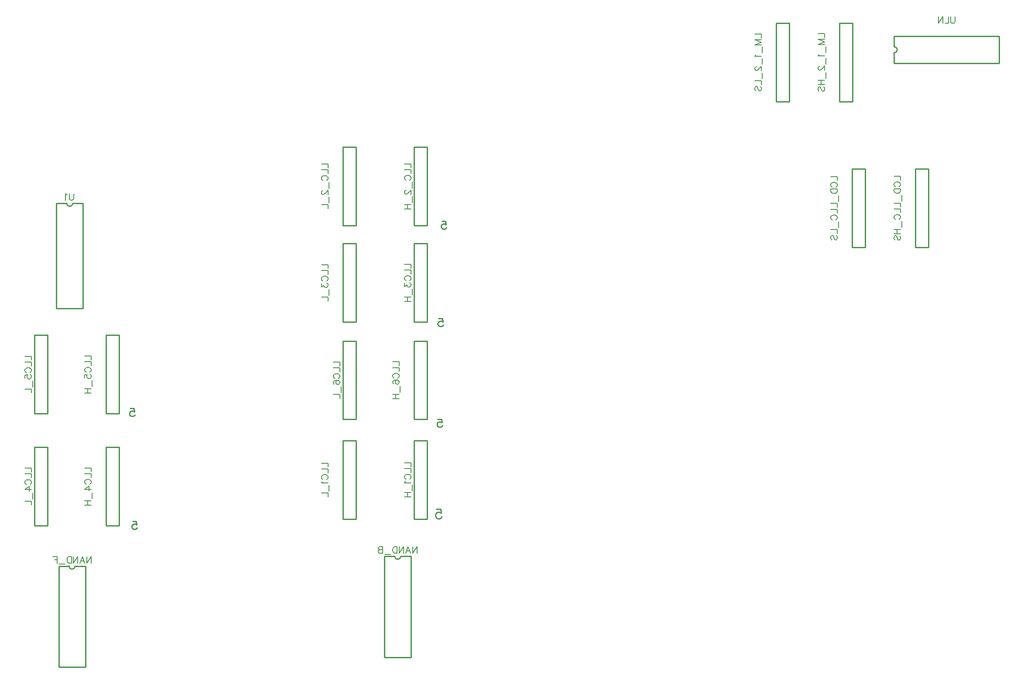
<source format=gbr>
G04 DipTrace 3.0.0.1*
G04 BottomSilk.gbr*
%MOIN*%
G04 #@! TF.FileFunction,Legend,Bot*
G04 #@! TF.Part,Single*
%ADD10C,0.009843*%
%ADD100C,0.00772*%
%ADD103C,0.009264*%
%ADD104C,0.010807*%
%FSLAX26Y26*%
G04*
G70*
G90*
G75*
G01*
G04 BotSilk*
%LPD*%
X8317296Y5824068D2*
D10*
X8417300D1*
Y5224123D1*
X8317296D1*
Y5824068D1*
X7833831D2*
X7933835D1*
Y5224123D1*
X7833831D1*
Y5824068D1*
X4586313Y3147500D2*
X4486312D1*
Y3747445D1*
X4586313D1*
Y3147500D1*
X3942453Y3747295D2*
X4042454D1*
Y3147350D1*
X3942453D1*
Y3747295D1*
X4586313Y4653754D2*
X4486312D1*
Y5253700D1*
X4586313D1*
Y4653754D1*
X3942453Y5253704D2*
X4042454D1*
Y4653758D1*
X3942453D1*
Y5253704D1*
X2133359Y3697259D2*
X2233360D1*
Y3097313D1*
X2133359D1*
Y3697259D1*
X1686116Y3097345D2*
X1586115D1*
Y3697290D1*
X1686116D1*
Y3097345D1*
X2133359Y4553683D2*
X2233360D1*
Y3953737D1*
X2133359D1*
Y4553683D1*
X1686116Y3953604D2*
X1586115D1*
Y4553549D1*
X1686116D1*
Y3953604D1*
X4486312Y4509928D2*
X4586312D1*
Y3909983D1*
X4486312D1*
Y4509928D1*
X4042455Y3909983D2*
X3942454D1*
Y4509928D1*
X4042455D1*
Y3909983D1*
X4586313Y5391388D2*
X4486312D1*
Y5991333D1*
X4586313D1*
Y5391388D1*
X3942453Y5991458D2*
X4042454D1*
Y5391513D1*
X3942453D1*
Y5991458D1*
X7736783Y6937809D2*
X7836787D1*
Y6337863D1*
X7736783D1*
Y6937809D1*
X7253318Y6937819D2*
X7353322D1*
Y6337874D1*
X7253318D1*
Y6937819D1*
X4258937Y2864356D2*
Y2092702D1*
X4463670D2*
X4258937D1*
X4463670Y2864356D2*
Y2092702D1*
Y2864356D2*
X4384929D1*
X4258937D2*
X4337677D1*
X4384929D2*
G02X4337677Y2864356I-23626J13D01*
G01*
X1771175Y2789348D2*
Y2017694D1*
X1975909D2*
X1771175D1*
X1975909Y2789348D2*
Y2017694D1*
Y2789348D2*
X1897168D1*
X1771175D2*
X1849916D1*
X1897168D2*
G02X1849916Y2789348I-23626J13D01*
G01*
X1752423Y5561640D2*
Y4758491D1*
X1957157D2*
X1752423D1*
X1957157Y5561640D2*
Y4758491D1*
Y5561640D2*
X1878416D1*
X1752423D2*
X1831164D1*
X1878416D2*
G02X1831164Y5561640I-23626J13D01*
G01*
X8153875Y6632023D2*
X8957025D1*
Y6836756D2*
Y6632023D1*
X8153875Y6836756D2*
X8957025D1*
X8153875D2*
Y6758016D1*
Y6632023D2*
Y6710764D1*
Y6758016D2*
G02X8153875Y6710764I-13J-23626D01*
G01*
X8153083Y5768141D2*
D100*
X8203323D1*
Y5739456D1*
X8165022Y5688147D2*
X8160268Y5690524D1*
X8155460Y5695332D1*
X8153083Y5700085D1*
Y5709647D1*
X8155460Y5714455D1*
X8160268Y5719209D1*
X8165022Y5721641D1*
X8172207Y5724017D1*
X8184200D1*
X8191330Y5721641D1*
X8196138Y5719209D1*
X8200892Y5714455D1*
X8203323Y5709647D1*
Y5700085D1*
X8200892Y5695332D1*
X8196138Y5690524D1*
X8191330Y5688147D1*
X8153083Y5672708D2*
X8203323D1*
Y5655961D1*
X8200892Y5648776D1*
X8196138Y5643968D1*
X8191330Y5641591D1*
X8184200Y5639215D1*
X8172207D1*
X8165022Y5641591D1*
X8160268Y5643968D1*
X8155460Y5648776D1*
X8153083Y5655961D1*
Y5672708D1*
X8211614Y5623775D2*
Y5578344D1*
X8153083Y5562905D2*
X8203323D1*
Y5534220D1*
X8153083Y5518780D2*
X8203323D1*
Y5490096D1*
X8165022Y5438786D2*
X8160268Y5441163D1*
X8155460Y5445971D1*
X8153083Y5450725D1*
Y5460286D1*
X8155460Y5465095D1*
X8160268Y5469848D1*
X8165022Y5472280D1*
X8172207Y5474656D1*
X8184200D1*
X8191330Y5472280D1*
X8196138Y5469848D1*
X8200892Y5465095D1*
X8203323Y5460286D1*
Y5450725D1*
X8200892Y5445971D1*
X8196138Y5441163D1*
X8191330Y5438786D1*
X8211614Y5423347D2*
Y5377916D1*
X8153083Y5362476D2*
X8203323D1*
X8153083Y5328983D2*
X8203323D1*
X8177015Y5362476D2*
Y5328983D1*
X8160268Y5280051D2*
X8155460Y5284804D1*
X8153083Y5291989D1*
Y5301550D1*
X8155460Y5308735D1*
X8160268Y5313544D1*
X8165022D1*
X8169830Y5311112D1*
X8172207Y5308735D1*
X8174583Y5303982D1*
X8179392Y5289612D1*
X8181768Y5284804D1*
X8184200Y5282427D1*
X8188953Y5280051D1*
X8196138D1*
X8200892Y5284804D1*
X8203323Y5291989D1*
Y5301550D1*
X8200892Y5308735D1*
X8196138Y5313544D1*
X7669619Y5765737D2*
X7719859D1*
Y5737052D1*
X7681557Y5685743D2*
X7676804Y5688120D1*
X7671995Y5692928D1*
X7669619Y5697681D1*
Y5707243D1*
X7671995Y5712051D1*
X7676804Y5716804D1*
X7681557Y5719236D1*
X7688742Y5721613D1*
X7700736D1*
X7707865Y5719236D1*
X7712674Y5716804D1*
X7717427Y5712051D1*
X7719859Y5707243D1*
Y5697681D1*
X7717427Y5692928D1*
X7712674Y5688120D1*
X7707865Y5685743D1*
X7669619Y5670304D2*
X7719859D1*
Y5653557D1*
X7717427Y5646372D1*
X7712674Y5641564D1*
X7707865Y5639187D1*
X7700736Y5636810D1*
X7688742D1*
X7681557Y5639187D1*
X7676804Y5641564D1*
X7671995Y5646372D1*
X7669619Y5653557D1*
Y5670304D1*
X7728149Y5621371D2*
Y5575940D1*
X7669619Y5560500D2*
X7719859D1*
Y5531815D1*
X7669619Y5516376D2*
X7719859D1*
Y5487691D1*
X7681557Y5436382D2*
X7676804Y5438759D1*
X7671995Y5443567D1*
X7669619Y5448320D1*
Y5457882D1*
X7671995Y5462690D1*
X7676804Y5467444D1*
X7681557Y5469875D1*
X7688742Y5472252D1*
X7700736D1*
X7707865Y5469875D1*
X7712674Y5467444D1*
X7717427Y5462690D1*
X7719859Y5457882D1*
Y5448320D1*
X7717427Y5443567D1*
X7712674Y5438759D1*
X7707865Y5436382D1*
X7728149Y5420943D2*
Y5375511D1*
X7669619Y5360072D2*
X7719859D1*
Y5331387D1*
X7676804Y5282455D2*
X7671995Y5287208D1*
X7669619Y5294393D1*
Y5303955D1*
X7671995Y5311140D1*
X7676804Y5315948D1*
X7681557D1*
X7686366Y5313516D1*
X7688742Y5311140D1*
X7691119Y5306386D1*
X7695927Y5292016D1*
X7698304Y5287208D1*
X7700736Y5284831D1*
X7705489Y5282455D1*
X7712674D1*
X7717427Y5287208D1*
X7719859Y5294393D1*
Y5303955D1*
X7717427Y5311140D1*
X7712674Y5315948D1*
X4413089Y3578150D2*
X4463329D1*
Y3549465D1*
X4413089Y3534025D2*
X4463329D1*
Y3505341D1*
X4425028Y3454031D2*
X4420274Y3456408D1*
X4415466Y3461216D1*
X4413089Y3465970D1*
Y3475531D1*
X4415466Y3480340D1*
X4420274Y3485093D1*
X4425028Y3487525D1*
X4432213Y3489901D1*
X4444206D1*
X4451336Y3487525D1*
X4456144Y3485093D1*
X4460897Y3480340D1*
X4463329Y3475531D1*
Y3465970D1*
X4460897Y3461216D1*
X4456144Y3456408D1*
X4451336Y3454031D1*
X4422706Y3438592D2*
X4420274Y3433784D1*
X4413145Y3426599D1*
X4463329D1*
X4471620Y3411159D2*
Y3365728D1*
X4413089Y3350289D2*
X4463329D1*
X4413089Y3316795D2*
X4463329D1*
X4437021Y3350289D2*
Y3316795D1*
X3778244Y3575596D2*
X3828484D1*
Y3546911D1*
X3778244Y3531472D2*
X3828484D1*
Y3502787D1*
X3790182Y3451478D2*
X3785429Y3453854D1*
X3780621Y3458663D1*
X3778244Y3463416D1*
Y3472977D1*
X3780621Y3477786D1*
X3785429Y3482539D1*
X3790182Y3484971D1*
X3797367Y3487348D1*
X3809361D1*
X3816491Y3484971D1*
X3821299Y3482539D1*
X3826052Y3477786D1*
X3828484Y3472977D1*
Y3463416D1*
X3826052Y3458663D1*
X3821299Y3453854D1*
X3816491Y3451478D1*
X3787861Y3436038D2*
X3785429Y3431230D1*
X3778299Y3424045D1*
X3828484D1*
X3836775Y3408606D2*
Y3363174D1*
X3778244Y3347735D2*
X3828484D1*
Y3319050D1*
X4413089Y5095154D2*
X4463329D1*
Y5066469D1*
X4413089Y5051030D2*
X4463329D1*
Y5022345D1*
X4425028Y4971036D2*
X4420274Y4973413D1*
X4415466Y4978221D1*
X4413089Y4982974D1*
Y4992536D1*
X4415466Y4997344D1*
X4420274Y5002097D1*
X4425028Y5004529D1*
X4432213Y5006906D1*
X4444206D1*
X4451336Y5004529D1*
X4456144Y5002097D1*
X4460897Y4997344D1*
X4463329Y4992536D1*
Y4982974D1*
X4460897Y4978221D1*
X4456144Y4973413D1*
X4451336Y4971036D1*
X4413145Y4950788D2*
Y4924535D1*
X4432268Y4938850D1*
Y4931665D1*
X4434644Y4926912D1*
X4437021Y4924535D1*
X4444206Y4922103D1*
X4448959D1*
X4456144Y4924535D1*
X4460953Y4929288D1*
X4463329Y4936473D1*
Y4943658D1*
X4460953Y4950788D1*
X4458521Y4953165D1*
X4453768Y4955597D1*
X4471620Y4906664D2*
Y4861233D1*
X4413089Y4845793D2*
X4463329D1*
X4413089Y4812300D2*
X4463329D1*
X4437021Y4845793D2*
Y4812300D1*
X3778244Y5092754D2*
X3828484D1*
Y5064069D1*
X3778244Y5048630D2*
X3828484D1*
Y5019945D1*
X3790182Y4968636D2*
X3785429Y4971012D1*
X3780621Y4975821D1*
X3778244Y4980574D1*
Y4990136D1*
X3780621Y4994944D1*
X3785429Y4999697D1*
X3790182Y5002129D1*
X3797367Y5004506D1*
X3809361D1*
X3816491Y5002129D1*
X3821299Y4999697D1*
X3826052Y4994944D1*
X3828484Y4990135D1*
Y4980574D1*
X3826052Y4975821D1*
X3821299Y4971012D1*
X3816491Y4968636D1*
X3778299Y4948388D2*
Y4922135D1*
X3797423Y4936450D1*
Y4929265D1*
X3799799Y4924512D1*
X3802176Y4922135D1*
X3809361Y4919703D1*
X3814114D1*
X3821299Y4922135D1*
X3826108Y4926888D1*
X3828484Y4934073D1*
Y4941258D1*
X3826108Y4948388D1*
X3823676Y4950765D1*
X3818923Y4953196D1*
X3836775Y4904264D2*
Y4858832D1*
X3778244Y4843393D2*
X3828484D1*
Y4814708D1*
X1969150Y3539901D2*
X2019390D1*
Y3511217D1*
X1969150Y3495777D2*
X2019390D1*
Y3467092D1*
X1981088Y3415783D2*
X1976335Y3418160D1*
X1971526Y3422968D1*
X1969150Y3427722D1*
Y3437283D1*
X1971526Y3442092D1*
X1976335Y3446845D1*
X1981088Y3449277D1*
X1988273Y3451653D1*
X2000266D1*
X2007396Y3449277D1*
X2012205Y3446845D1*
X2016958Y3442092D1*
X2019390Y3437283D1*
Y3427721D1*
X2016958Y3422968D1*
X2012205Y3418160D1*
X2007396Y3415783D1*
X2019390Y3376412D2*
X1969205D1*
X2002643Y3400344D1*
Y3364474D1*
X2027680Y3349035D2*
Y3303603D1*
X1969150Y3288164D2*
X2019390D1*
X1969150Y3254671D2*
X2019390D1*
X1993081Y3288164D2*
Y3254671D1*
X1512892Y3537529D2*
X1563132D1*
Y3508844D1*
X1512892Y3493405D2*
X1563132D1*
Y3464720D1*
X1524831Y3413411D2*
X1520077Y3415787D1*
X1515269Y3420596D1*
X1512892Y3425349D1*
Y3434910D1*
X1515269Y3439719D1*
X1520077Y3444472D1*
X1524831Y3446904D1*
X1532016Y3449280D1*
X1544009D1*
X1551139Y3446904D1*
X1555947Y3444472D1*
X1560701Y3439719D1*
X1563132Y3434910D1*
Y3425349D1*
X1560701Y3420596D1*
X1555947Y3415787D1*
X1551139Y3413411D1*
X1563132Y3374040D2*
X1512948D1*
X1546386Y3397971D1*
Y3362101D1*
X1571423Y3346662D2*
Y3301231D1*
X1512892Y3285791D2*
X1563132D1*
Y3257107D1*
X1969150Y4395137D2*
X2019390D1*
Y4366452D1*
X1969150Y4351013D2*
X2019390D1*
Y4322328D1*
X1981088Y4271019D2*
X1976335Y4273395D1*
X1971526Y4278204D1*
X1969150Y4282957D1*
Y4292519D1*
X1971526Y4297327D1*
X1976335Y4302080D1*
X1981088Y4304512D1*
X1988273Y4306889D1*
X2000266D1*
X2007396Y4304512D1*
X2012205Y4302080D1*
X2016958Y4297327D1*
X2019390Y4292519D1*
Y4282957D1*
X2016958Y4278204D1*
X2012205Y4273395D1*
X2007396Y4271019D1*
X1969205Y4226895D2*
Y4250771D1*
X1990705Y4253148D1*
X1988328Y4250771D1*
X1985896Y4243586D1*
Y4236456D1*
X1988328Y4229271D1*
X1993081Y4224463D1*
X2000266Y4222086D1*
X2005020D1*
X2012205Y4224463D1*
X2017013Y4229271D1*
X2019390Y4236456D1*
Y4243586D1*
X2017013Y4250771D1*
X2014581Y4253148D1*
X2009828Y4255580D1*
X2027680Y4206647D2*
Y4161215D1*
X1969150Y4145776D2*
X2019390D1*
X1969150Y4112283D2*
X2019390D1*
X1993081Y4145776D2*
Y4112283D1*
X1512892Y4392599D2*
X1563132D1*
Y4363914D1*
X1512892Y4348475D2*
X1563132D1*
Y4319790D1*
X1524831Y4268481D2*
X1520077Y4270857D1*
X1515269Y4275666D1*
X1512892Y4280419D1*
Y4289981D1*
X1515269Y4294789D1*
X1520077Y4299542D1*
X1524831Y4301974D1*
X1532016Y4304351D1*
X1544009D1*
X1551139Y4301974D1*
X1555947Y4299542D1*
X1560701Y4294789D1*
X1563132Y4289981D1*
Y4280419D1*
X1560701Y4275666D1*
X1555947Y4270857D1*
X1551139Y4268481D1*
X1512948Y4224357D2*
Y4248233D1*
X1534448Y4250610D1*
X1532071Y4248233D1*
X1529639Y4241048D1*
Y4233918D1*
X1532071Y4226733D1*
X1536824Y4221925D1*
X1544009Y4219548D1*
X1548762D1*
X1555947Y4221925D1*
X1560756Y4226733D1*
X1563132Y4233918D1*
Y4241048D1*
X1560756Y4248233D1*
X1558324Y4250610D1*
X1553571Y4253042D1*
X1571423Y4204109D2*
Y4158677D1*
X1512892Y4143238D2*
X1563132D1*
Y4114553D1*
X4322102Y4350167D2*
X4372342D1*
Y4321482D1*
X4322102Y4306042D2*
X4372342D1*
Y4277358D1*
X4334041Y4226048D2*
X4329287Y4228425D1*
X4324479Y4233233D1*
X4322102Y4237987D1*
Y4247548D1*
X4324479Y4252357D1*
X4329287Y4257110D1*
X4334041Y4259542D1*
X4341226Y4261918D1*
X4353219D1*
X4360349Y4259542D1*
X4365157Y4257110D1*
X4369911Y4252357D1*
X4372342Y4247548D1*
Y4237987D1*
X4369911Y4233233D1*
X4365157Y4228425D1*
X4360349Y4226048D1*
X4329287Y4181924D2*
X4324534Y4184301D1*
X4322158Y4191486D1*
Y4196239D1*
X4324534Y4203424D1*
X4331719Y4208233D1*
X4343658Y4210609D1*
X4355596D1*
X4365157Y4208233D1*
X4369966Y4203424D1*
X4372342Y4196239D1*
Y4193862D1*
X4369966Y4186733D1*
X4365157Y4181924D1*
X4357972Y4179548D1*
X4355596D1*
X4348411Y4181924D1*
X4343658Y4186733D1*
X4341281Y4193862D1*
Y4196239D1*
X4343658Y4203424D1*
X4348411Y4208233D1*
X4355596Y4210609D1*
X4380633Y4164108D2*
Y4118677D1*
X4322102Y4103238D2*
X4372342D1*
X4322102Y4069744D2*
X4372342D1*
X4346034Y4103238D2*
Y4069744D1*
X3869231Y4347762D2*
X3919471D1*
Y4319077D1*
X3869231Y4303638D2*
X3919471D1*
Y4274953D1*
X3881169Y4223644D2*
X3876416Y4226021D1*
X3871608Y4230829D1*
X3869231Y4235582D1*
Y4245144D1*
X3871608Y4249952D1*
X3876416Y4254706D1*
X3881169Y4257137D1*
X3888354Y4259514D1*
X3900348D1*
X3907478Y4257137D1*
X3912286Y4254706D1*
X3917039Y4249952D1*
X3919471Y4245144D1*
Y4235582D1*
X3917039Y4230829D1*
X3912286Y4226021D1*
X3907478Y4223644D1*
X3876416Y4179520D2*
X3871663Y4181897D1*
X3869286Y4189082D1*
Y4193835D1*
X3871663Y4201020D1*
X3878848Y4205828D1*
X3890786Y4208205D1*
X3902724D1*
X3912286Y4205828D1*
X3917094Y4201020D1*
X3919471Y4193835D1*
Y4191458D1*
X3917094Y4184328D1*
X3912286Y4179520D1*
X3905101Y4177143D1*
X3902724D1*
X3895539Y4179520D1*
X3890786Y4184328D1*
X3888410Y4191458D1*
Y4193835D1*
X3890786Y4201020D1*
X3895539Y4205828D1*
X3902724Y4208205D1*
X3927761Y4161704D2*
Y4116273D1*
X3869231Y4100833D2*
X3919471D1*
Y4072149D1*
X4413089Y5863223D2*
X4463329D1*
Y5834538D1*
X4413089Y5819099D2*
X4463329D1*
Y5790414D1*
X4425028Y5739105D2*
X4420274Y5741482D1*
X4415466Y5746290D1*
X4413089Y5751043D1*
Y5760605D1*
X4415466Y5765413D1*
X4420274Y5770167D1*
X4425028Y5772599D1*
X4432213Y5774975D1*
X4444206D1*
X4451336Y5772599D1*
X4456144Y5770167D1*
X4460897Y5765413D1*
X4463329Y5760605D1*
Y5751043D1*
X4460897Y5746290D1*
X4456144Y5741482D1*
X4451336Y5739105D1*
X4471620Y5723666D2*
Y5678234D1*
X4425083Y5660363D2*
X4422706D1*
X4417898Y5657987D1*
X4415521Y5655610D1*
X4413145Y5650802D1*
Y5641240D1*
X4415521Y5636487D1*
X4417898Y5634110D1*
X4422706Y5631678D1*
X4427459D1*
X4432268Y5634110D1*
X4439398Y5638863D1*
X4463329Y5662795D1*
Y5629302D1*
X4471620Y5613863D2*
Y5568431D1*
X4413089Y5552992D2*
X4463329D1*
X4413089Y5519499D2*
X4463329D1*
X4437021Y5552992D2*
Y5519499D1*
X3778244Y5860944D2*
X3828484D1*
Y5832259D1*
X3778244Y5816820D2*
X3828484D1*
Y5788135D1*
X3790182Y5736826D2*
X3785429Y5739202D1*
X3780621Y5744011D1*
X3778244Y5748764D1*
Y5758325D1*
X3780621Y5763134D1*
X3785429Y5767887D1*
X3790182Y5770319D1*
X3797367Y5772696D1*
X3809361D1*
X3816491Y5770319D1*
X3821299Y5767887D1*
X3826052Y5763134D1*
X3828484Y5758325D1*
Y5748764D1*
X3826052Y5744011D1*
X3821299Y5739202D1*
X3816491Y5736826D1*
X3836775Y5721386D2*
Y5675955D1*
X3790238Y5658084D2*
X3787861D1*
X3783053Y5655707D1*
X3780676Y5653331D1*
X3778299Y5648522D1*
Y5638960D1*
X3780676Y5634207D1*
X3783053Y5631831D1*
X3787861Y5629399D1*
X3792614D1*
X3797423Y5631831D1*
X3804552Y5636584D1*
X3828484Y5660516D1*
Y5627022D1*
X3836775Y5611583D2*
Y5566151D1*
X3778244Y5550712D2*
X3828484D1*
Y5522027D1*
X7572570Y6857443D2*
X7622810D1*
Y6828758D1*
Y6775072D2*
X7572570D1*
X7622810Y6794195D1*
X7572570Y6813319D1*
X7622810D1*
X7631101Y6759633D2*
Y6714201D1*
X7582187Y6698762D2*
X7579755Y6693954D1*
X7572626Y6686769D1*
X7622810D1*
X7631101Y6671329D2*
Y6625898D1*
X7584564Y6608027D2*
X7582187D1*
X7577379Y6605650D1*
X7575002Y6603273D1*
X7572626Y6598465D1*
Y6588903D1*
X7575002Y6584150D1*
X7577379Y6581774D1*
X7582187Y6579342D1*
X7586940D1*
X7591749Y6581774D1*
X7598879Y6586527D1*
X7622810Y6610458D1*
Y6576965D1*
X7631101Y6561526D2*
Y6516094D1*
X7572570Y6500655D2*
X7622810D1*
X7572570Y6467162D2*
X7622810D1*
X7596502Y6500655D2*
Y6467162D1*
X7579755Y6418229D2*
X7574947Y6422982D1*
X7572570Y6430168D1*
Y6439729D1*
X7574947Y6446914D1*
X7579755Y6451723D1*
X7584509D1*
X7589317Y6449291D1*
X7591694Y6446914D1*
X7594070Y6442161D1*
X7598879Y6427791D1*
X7601255Y6422982D1*
X7603687Y6420606D1*
X7608440Y6418229D1*
X7615625D1*
X7620378Y6422982D1*
X7622810Y6430167D1*
Y6439729D1*
X7620378Y6446914D1*
X7615625Y6451723D1*
X7089106Y6855049D2*
X7139346D1*
Y6826364D1*
Y6772678D2*
X7089106D1*
X7139346Y6791802D1*
X7089106Y6810925D1*
X7139346D1*
X7147636Y6757239D2*
Y6711808D1*
X7098723Y6696368D2*
X7096291Y6691560D1*
X7089161Y6684375D1*
X7139346D1*
X7147636Y6668936D2*
Y6623504D1*
X7101099Y6605633D2*
X7098723D1*
X7093914Y6603256D1*
X7091538Y6600880D1*
X7089161Y6596071D1*
Y6586510D1*
X7091538Y6581756D1*
X7093914Y6579380D1*
X7098723Y6576948D1*
X7103476D1*
X7108284Y6579380D1*
X7115414Y6584133D1*
X7139346Y6608065D1*
Y6574571D1*
X7147636Y6559132D2*
Y6513701D1*
X7089106Y6498261D2*
X7139346D1*
Y6469577D1*
X7096291Y6420644D2*
X7091482Y6425397D1*
X7089106Y6432582D1*
Y6442144D1*
X7091482Y6449329D1*
X7096291Y6454137D1*
X7101044D1*
X7105852Y6451705D1*
X7108229Y6449329D1*
X7110606Y6444576D1*
X7115414Y6430206D1*
X7117791Y6425397D1*
X7120222Y6423021D1*
X7124976Y6420644D1*
X7132161D1*
X7136914Y6425397D1*
X7139346Y6432582D1*
Y6442144D1*
X7136914Y6449329D1*
X7132161Y6454137D1*
X4475261Y2937579D2*
Y2887339D1*
X4508755Y2937579D1*
Y2887339D1*
X4421520D2*
X4440699Y2937579D1*
X4459822Y2887339D1*
X4452637Y2904085D2*
X4428705D1*
X4372588Y2937579D2*
Y2887339D1*
X4406081Y2937579D1*
Y2887339D1*
X4357148Y2937579D2*
Y2887339D1*
X4340402D1*
X4333217Y2889771D1*
X4328408Y2894524D1*
X4326032Y2899332D1*
X4323655Y2906462D1*
Y2918455D1*
X4326032Y2925641D1*
X4328408Y2930394D1*
X4333217Y2935202D1*
X4340402Y2937579D1*
X4357148D1*
X4308216Y2879048D2*
X4262784D1*
X4247345Y2937579D2*
Y2887339D1*
X4225790D1*
X4218605Y2889771D1*
X4216228Y2892147D1*
X4213852Y2896900D1*
Y2904085D1*
X4216228Y2908894D1*
X4218605Y2911270D1*
X4225790Y2913647D1*
X4218605Y2916079D1*
X4216228Y2918455D1*
X4213852Y2923209D1*
Y2928017D1*
X4216228Y2932770D1*
X4218605Y2935202D1*
X4225790Y2937579D1*
X4247345D1*
Y2913647D2*
X4225790D1*
X1986312Y2862571D2*
Y2812331D1*
X2019805Y2862571D1*
Y2812331D1*
X1932571D2*
X1951749Y2862571D1*
X1970873Y2812331D1*
X1963688Y2829078D2*
X1939756D1*
X1883638Y2862571D2*
Y2812331D1*
X1917132Y2862571D1*
Y2812331D1*
X1868199Y2862571D2*
Y2812331D1*
X1851452D1*
X1844267Y2814763D1*
X1839459Y2819516D1*
X1837082Y2824324D1*
X1834706Y2831454D1*
Y2843448D1*
X1837082Y2850633D1*
X1839459Y2855386D1*
X1844267Y2860194D1*
X1851452Y2862571D1*
X1868199D1*
X1819266Y2804040D2*
X1773835D1*
X1727279Y2862571D2*
X1758396D1*
Y2812331D1*
Y2838639D2*
X1739272D1*
X1885253Y5634863D2*
Y5598994D1*
X1882876Y5591809D1*
X1878068Y5587055D1*
X1870883Y5584623D1*
X1866130D1*
X1858945Y5587055D1*
X1854136Y5591809D1*
X1851760Y5598994D1*
Y5634863D1*
X1836320Y5625247D2*
X1831512Y5627678D1*
X1824327Y5634808D1*
Y5584623D1*
X8618725Y6987140D2*
Y6951270D1*
X8616349Y6944085D1*
X8611540Y6939332D1*
X8604355Y6936900D1*
X8599602D1*
X8592417Y6939332D1*
X8587608Y6944085D1*
X8585232Y6951270D1*
Y6987140D1*
X8569793D2*
Y6936900D1*
X8541108D1*
X8492175Y6987140D2*
Y6936900D1*
X8525668Y6987140D1*
Y6936900D1*
X4654702Y3223509D2*
D104*
X4688130D1*
X4691457Y3193409D1*
X4688130Y3196736D1*
X4678070Y3200141D1*
X4668089D1*
X4658030Y3196736D1*
X4651298Y3190082D1*
X4647971Y3180022D1*
Y3173368D1*
X4651298Y3163309D1*
X4658030Y3156577D1*
X4668089Y3153250D1*
X4678070D1*
X4688130Y3156577D1*
X4691457Y3159982D1*
X4694861Y3166636D1*
X4667090Y3912864D2*
D103*
X4695741D1*
X4698593Y3887064D1*
X4695741Y3889916D1*
X4687119Y3892834D1*
X4678564D1*
X4669941Y3889916D1*
X4664171Y3884212D1*
X4661319Y3875590D1*
Y3869886D1*
X4664171Y3861264D1*
X4669941Y3855494D1*
X4678564Y3852642D1*
X4687119D1*
X4695741Y3855494D1*
X4698593Y3858413D1*
X4701511Y3864116D1*
X2335595Y3131532D2*
X2364247D1*
X2367098Y3105732D1*
X2364247Y3108584D1*
X2355625Y3111502D1*
X2347069D1*
X2338447Y3108584D1*
X2332677Y3102880D1*
X2329825Y3094258D1*
Y3088554D1*
X2332677Y3079932D1*
X2338447Y3074162D1*
X2347069Y3071310D1*
X2355625D1*
X2364247Y3074162D1*
X2367098Y3077081D1*
X2370017Y3082784D1*
X2316843Y3994123D2*
X2345495D1*
X2348346Y3968323D1*
X2345495Y3971175D1*
X2336873Y3974093D1*
X2328317D1*
X2319695Y3971175D1*
X2313925Y3965471D1*
X2311073Y3956849D1*
Y3951145D1*
X2313925Y3942523D1*
X2319695Y3936753D1*
X2328317Y3933901D1*
X2336873D1*
X2345495Y3936753D1*
X2348346Y3939671D1*
X2351265Y3945375D1*
X4673340Y4681695D2*
X4701992D1*
X4704844Y4655895D1*
X4701992Y4658747D1*
X4693370Y4661665D1*
X4684814D1*
X4676192Y4658747D1*
X4670422Y4653043D1*
X4667570Y4644421D1*
Y4638717D1*
X4670422Y4630095D1*
X4676192Y4624325D1*
X4684814Y4621473D1*
X4693370D1*
X4701992Y4624325D1*
X4704844Y4627243D1*
X4707762Y4632947D1*
X4698343Y5425523D2*
X4726995D1*
X4729846Y5399723D1*
X4726995Y5402575D1*
X4718373Y5405493D1*
X4709817D1*
X4701195Y5402575D1*
X4695425Y5396871D1*
X4692573Y5388249D1*
Y5382545D1*
X4695425Y5373923D1*
X4701195Y5368153D1*
X4709817Y5365301D1*
X4718373D1*
X4726995Y5368153D1*
X4729846Y5371071D1*
X4732765Y5376775D1*
M02*

</source>
